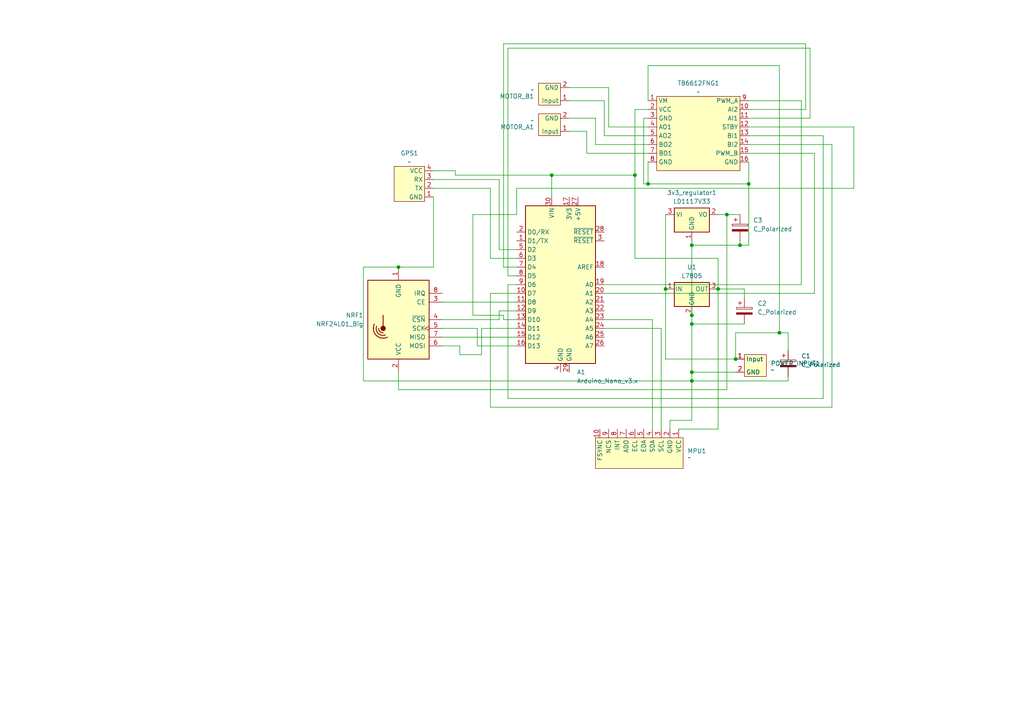
<source format=kicad_sch>
(kicad_sch (version 20231120) (generator "eeschema") (generator_version "8.0")
  (paper "A4")
  (lib_symbols
    (symbol "Device:C_Polarized" (pin_numbers hide) (pin_names (offset 0.254))
      (property "Reference" "C" (at 0.635 2.54 0))
      (property "Value" "C_Polarized" (at 0.635 -2.54 0))
      (symbol "C_Polarized_0_1"
        (rectangle (start -2.286 0.508) (end 2.286 1.016))
        (polyline (pts (xy -1.778 2.286) (xy -0.762 2.286)))
        (polyline (pts (xy -1.27 2.794) (xy -1.27 1.778)))
        (rectangle (start 2.286 -0.508) (end -2.286 -1.016) (fill (type outline)))
      )
      (symbol "C_Polarized_1_1"
        (pin passive line (at 0 3.81 270) (length 2.794) (name "~") (number "1"))
        (pin passive line (at 0 -3.81 90) (length 2.794) (name "~") (number "2"))
      )
    )
    (symbol "Symbols_cez:Arduino_Nano_v3.x"
      (property "Reference" "A" (at -10.16 23.495 0))
      (property "Value" "Arduino_Nano_v3.x" (at 5.08 -24.13 0))
      (symbol "Arduino_Nano_v3.x_0_1"
        (rectangle (start -10.16 22.86) (end 10.16 -22.86) (stroke (width 0.254)) (fill (type background)))
      )
      (symbol "Arduino_Nano_v3.x_1_1"
        (pin bidirectional line (at -12.7 12.7 0) (length 2.54) (name "D1/TX") (number "1"))
        (pin bidirectional line (at -12.7 -2.54 0) (length 2.54) (name "D7") (number "10"))
        (pin bidirectional line (at -12.7 -5.08 0) (length 2.54) (name "D8") (number "11"))
        (pin bidirectional line (at -12.7 -7.62 0) (length 2.54) (name "D9") (number "12"))
        (pin bidirectional line (at -12.7 -10.16 0) (length 2.54) (name "D10") (number "13"))
        (pin bidirectional line (at -12.7 -12.7 0) (length 2.54) (name "D11") (number "14"))
        (pin bidirectional line (at -12.7 -15.24 0) (length 2.54) (name "D12") (number "15"))
        (pin bidirectional line (at -12.7 -17.78 0) (length 2.54) (name "D13") (number "16"))
        (pin power_out line (at 2.54 25.4 270) (length 2.54) (name "3V3") (number "17"))
        (pin input line (at 12.7 5.08 180) (length 2.54) (name "AREF") (number "18"))
        (pin bidirectional line (at 12.7 0 180) (length 2.54) (name "A0") (number "19"))
        (pin bidirectional line (at -12.7 15.24 0) (length 2.54) (name "D0/RX") (number "2"))
        (pin bidirectional line (at 12.7 -2.54 180) (length 2.54) (name "A1") (number "20"))
        (pin bidirectional line (at 12.7 -5.08 180) (length 2.54) (name "A2") (number "21"))
        (pin bidirectional line (at 12.7 -7.62 180) (length 2.54) (name "A3") (number "22"))
        (pin bidirectional line (at 12.7 -10.16 180) (length 2.54) (name "A4") (number "23"))
        (pin bidirectional line (at 12.7 -12.7 180) (length 2.54) (name "A5") (number "24"))
        (pin bidirectional line (at 12.7 -15.24 180) (length 2.54) (name "A6") (number "25"))
        (pin bidirectional line (at 12.7 -17.78 180) (length 2.54) (name "A7") (number "26"))
        (pin power_out line (at 5.08 25.4 270) (length 2.54) (name "+5V") (number "27"))
        (pin input line (at 12.7 15.24 180) (length 2.54) (name "~{RESET}") (number "28"))
        (pin power_in line (at 2.54 -25.4 90) (length 2.54) (name "GND") (number "29"))
        (pin input line (at 12.7 12.7 180) (length 2.54) (name "~{RESET}") (number "3"))
        (pin power_in line (at -2.54 25.4 270) (length 2.54) (name "VIN") (number "30"))
        (pin power_in line (at 0 -25.4 90) (length 2.54) (name "GND") (number "4"))
        (pin bidirectional line (at -12.7 10.16 0) (length 2.54) (name "D2") (number "5"))
        (pin bidirectional line (at -12.7 7.62 0) (length 2.54) (name "D3") (number "6"))
        (pin bidirectional line (at -12.7 5.08 0) (length 2.54) (name "D4") (number "7"))
        (pin bidirectional line (at -12.7 2.54 0) (length 2.54) (name "D5") (number "8"))
        (pin bidirectional line (at -12.7 0 0) (length 2.54) (name "D6") (number "9"))
      )
    )
    (symbol "Symbols_cez:GY-NEO6MV2"
      (property "Reference" "GPS" (at 13.462 -4.318 0))
      (symbol "GY-NEO6MV2_0_1"
        (rectangle (start 2.54 5.08) (end 11.43 -5.08) (fill (type background)))
      )
      (symbol "GY-NEO6MV2_1_1"
        (pin passive line (at 0 3.81 0) (length 2.54) (name "GND") (number "1"))
        (pin passive line (at 0 1.27 0) (length 2.54) (name "TX") (number "2"))
        (pin passive line (at 0 -1.27 0) (length 2.54) (name "RX") (number "3"))
        (pin power_in line (at 0 -3.81 0) (length 2.54) (name "VCC") (number "4"))
      )
    )
    (symbol "Symbols_cez:L7805" (pin_names (offset 0.254))
      (property "Reference" "U" (at -3.81 3.175 0))
      (property "Value" "L7805" (at 0 3.175 0))
      (symbol "L7805_0_1"
        (rectangle (start -5.08 1.905) (end 5.08 -5.08) (stroke (width 0.254)) (fill (type background)))
      )
      (symbol "L7805_1_1"
        (pin power_in line (at -7.62 0 0) (length 2.54) (name "IN") (number "1"))
        (pin power_in line (at 0 -7.62 90) (length 2.54) (name "GND") (number "2"))
        (pin power_out line (at 7.62 0 180) (length 2.54) (name "OUT") (number "3"))
      )
    )
    (symbol "Symbols_cez:LD1117V33"
      (property "Reference" "3v3_regulator" (at 11.938 -4.318 0))
      (property "Value" "LD1117V33" (at -5.334 3.302 0))
      (symbol "LD1117V33_0_1"
        (rectangle (start -5.08 -5.08) (end 5.08 1.905) (stroke (width 0.254)) (fill (type background)))
      )
      (symbol "LD1117V33_1_1"
        (pin power_in line (at 0 -7.62 90) (length 2.54) (name "GND") (number "1"))
        (pin power_out line (at 7.62 0 180) (length 2.54) (name "VO") (number "2"))
        (pin power_in line (at -7.62 0 0) (length 2.54) (name "VI") (number "3"))
      )
    )
    (symbol "Symbols_cez:MPU6500"
      (property "Reference" "MPU6500" (at 8.89 -16.256 0))
      (symbol "MPU6500_0_1"
        (rectangle (start -5.08 6.35) (end 3.81 -19.05) (fill (type background)))
      )
      (symbol "MPU6500_1_1"
        (pin power_in line (at -7.62 5.08 0) (length 2.54) (name "VCC") (number "1"))
        (pin passive line (at -7.62 -17.78 0) (length 2.54) (name "FSYNC") (number "10"))
        (pin passive line (at -7.62 2.54 0) (length 2.54) (name "GND") (number "2"))
        (pin passive line (at -7.62 0 0) (length 2.54) (name "SCL") (number "3"))
        (pin passive line (at -7.62 -2.54 0) (length 2.54) (name "SDA") (number "4"))
        (pin passive line (at -7.62 -5.08 0) (length 2.54) (name "EDA") (number "5"))
        (pin passive line (at -7.62 -7.62 0) (length 2.54) (name "ECL") (number "6"))
        (pin passive line (at -7.62 -10.16 0) (length 2.54) (name "ADO") (number "7"))
        (pin passive line (at -7.62 -12.7 0) (length 2.54) (name "INT") (number "8"))
        (pin passive line (at -7.62 -15.24 0) (length 2.54) (name "NCS") (number "9"))
      )
    )
    (symbol "Symbols_cez:NRF24L01_Big" (pin_names (offset 1.016))
      (property "Reference" "NRF24" (at -8.89 12.7 0))
      (property "Value" "NRF24L01_Big" (at 3.81 12.7 0))
      (symbol "NRF24L01_Big_0_1"
        (rectangle (start -8.89 11.43) (end 8.89 -11.43) (stroke (width 0.254)) (fill (type background)))
        (polyline (pts (xy 4.445 1.905) (xy 4.445 -1.27)) (stroke (width 0.254)))
        (circle (center 4.445 2.54) (radius 0.635) (stroke (width 0.254)) (fill (type outline)))
        (arc (start 5.715 2.54) (mid 5.3521 3.4546) (end 4.445 3.81) (stroke (width 0.254)))
        (arc (start 6.35 1.905) (mid 5.8763 3.9854) (end 3.81 4.445) (stroke (width 0.254)))
        (arc (start 6.985 1.27) (mid 6.453 4.548) (end 3.175 5.08) (stroke (width 0.254)))
      )
      (symbol "NRF24L01_Big_1_1"
        (pin power_in line (at 0 -15.24 90) (length 3.81) (name "GND") (number "1"))
        (pin power_in line (at 0 15.24 270) (length 3.81) (name "VCC") (number "2"))
        (pin input line (at -12.7 -5.08 0) (length 3.81) (name "CE") (number "3"))
        (pin input line (at -12.7 0 0) (length 3.81) (name "~{CSN}") (number "4"))
        (pin input clock (at -12.7 2.54 0) (length 3.81) (name "SCK") (number "5"))
        (pin input line (at -12.7 7.62 0) (length 3.81) (name "MOSI") (number "6"))
        (pin output line (at -12.7 5.08 0) (length 3.81) (name "MISO") (number "7"))
        (pin output line (at -12.7 -7.62 0) (length 3.81) (name "IRQ") (number "8"))
      )
    )
    (symbol "Symbols_cez:TB6612FNG"
      (property "Reference" "TB6612FNG" (at 3.81 9.398 0))
      (symbol "TB6612FNG_0_1"
        (rectangle (start -7.62 7.62) (end 16.51 -13.97) (fill (type background)))
      )
      (symbol "TB6612FNG_1_1"
        (pin power_in line (at -10.16 6.35 0) (length 2.54) (name "VM") (number "1"))
        (pin passive line (at 19.05 3.81 180) (length 2.54) (name "AI2") (number "10"))
        (pin passive line (at 19.05 1.27 180) (length 2.54) (name "AI1") (number "11"))
        (pin passive line (at 19.05 -1.27 180) (length 2.54) (name "STBY") (number "12"))
        (pin passive line (at 19.05 -3.81 180) (length 2.54) (name "BI1") (number "13"))
        (pin passive line (at 19.05 -6.35 180) (length 2.54) (name "BI2") (number "14"))
        (pin passive line (at 19.05 -8.89 180) (length 2.54) (name "PWM_B") (number "15"))
        (pin passive line (at 19.05 -11.43 180) (length 2.54) (name "GND") (number "16"))
        (pin power_in line (at -10.16 3.81 0) (length 2.54) (name "VCC") (number "2"))
        (pin passive line (at -10.16 1.27 0) (length 2.54) (name "GND") (number "3"))
        (pin passive line (at -10.16 -1.27 0) (length 2.54) (name "AO1") (number "4"))
        (pin passive line (at -10.16 -3.81 0) (length 2.54) (name "AO2") (number "5"))
        (pin passive line (at -10.16 -6.35 0) (length 2.54) (name "BO2") (number "6"))
        (pin passive line (at -10.16 -8.89 0) (length 2.54) (name "BO1") (number "7"))
        (pin passive line (at -10.16 -11.43 0) (length 2.54) (name "GND") (number "8"))
        (pin passive line (at 19.05 6.35 180) (length 2.54) (name "PWM_A") (number "9"))
      )
    )
    (symbol "Symbols_cez:Terminal"
      (property "Reference" "Terminal" (at 4.318 -3.556 0))
      (symbol "Terminal_0_1"
        (rectangle (start 1.27 -5.08) (end 7.62 -11.43) (fill (type background)))
      )
      (symbol "Terminal_1_1"
        (pin power_in line (at -1.27 -6.35 0) (length 2.54) (name "Input") (number "1"))
        (pin passive line (at -1.27 -10.16 0) (length 2.54) (name "GND") (number "2"))
      )
    )
  )
  (junction (at 187.96 53.34))
  (junction (at 210.82 62.23))
  (junction (at 214.63 71.12))
  (junction (at 200.66 93.98))
  (junction (at 184.15 50.8))
  (junction (at 200.66 107.95))
  (junction (at 193.04 83.82))
  (junction (at 226.06 96.52))
  (junction (at 200.66 110.49))
  (junction (at 200.66 91.44))
  (junction (at 200.66 71.12))
  (junction (at 213.36 104.14))
  (junction (at 217.17 53.34))
  (junction (at 160.02 50.8))
  (junction (at 208.28 83.82))
  (junction (at 115.57 77.47))
  (wire (pts (xy 238.76 115.57) (xy 238.76 39.37)))
  (wire (pts (xy 200.66 71.12) (xy 200.66 91.44)))
  (wire (pts (xy 236.22 44.45) (xy 217.17 44.45)))
  (wire (pts (xy 175.26 29.21) (xy 175.26 39.37)))
  (wire (pts (xy 125.73 77.47) (xy 125.73 57.15)))
  (wire (pts (xy 105.41 110.49) (xy 105.41 77.47)))
  (wire (pts (xy 160.02 50.8) (xy 132.08 50.8)))
  (wire (pts (xy 146.05 12.7) (xy 233.68 12.7)))
  (wire (pts (xy 142.24 54.61) (xy 142.24 74.93)))
  (wire (pts (xy 128.27 87.63) (xy 149.86 87.63)))
  (wire (pts (xy 214.63 69.85) (xy 214.63 71.12)))
  (wire (pts (xy 200.66 121.92) (xy 194.31 121.92)))
  (wire (pts (xy 144.78 92.71) (xy 144.78 90.17)))
  (wire (pts (xy 200.66 110.49) (xy 228.6 110.49)))
  (wire (pts (xy 187.96 29.21) (xy 187.96 19.05)))
  (wire (pts (xy 186.69 34.29) (xy 186.69 53.34)))
  (wire (pts (xy 241.3 118.11) (xy 142.24 118.11)))
  (wire (pts (xy 241.3 41.91) (xy 241.3 118.11)))
  (wire (pts (xy 210.82 113.03) (xy 115.57 113.03)))
  (wire (pts (xy 142.24 85.09) (xy 149.86 85.09)))
  (wire (pts (xy 115.57 77.47) (xy 125.73 77.47)))
  (wire (pts (xy 217.17 41.91) (xy 241.3 41.91)))
  (wire (pts (xy 170.18 38.1) (xy 165.1 38.1)))
  (wire (pts (xy 200.66 107.95) (xy 200.66 93.98)))
  (wire (pts (xy 147.32 115.57) (xy 238.76 115.57)))
  (wire (pts (xy 128.27 100.33) (xy 133.35 100.33)))
  (wire (pts (xy 191.77 124.46) (xy 191.77 95.25)))
  (wire (pts (xy 191.77 95.25) (xy 175.26 95.25)))
  (wire (pts (xy 138.43 95.25) (xy 138.43 100.33)))
  (wire (pts (xy 137.16 62.23) (xy 137.16 91.44)))
  (wire (pts (xy 147.32 80.01) (xy 149.86 80.01)))
  (wire (pts (xy 165.1 29.21) (xy 175.26 29.21)))
  (wire (pts (xy 175.26 39.37) (xy 187.96 39.37)))
  (wire (pts (xy 146.05 77.47) (xy 149.86 77.47)))
  (wire (pts (xy 217.17 71.12) (xy 214.63 71.12)))
  (wire (pts (xy 138.43 100.33) (xy 149.86 100.33)))
  (wire (pts (xy 115.57 107.95) (xy 115.57 113.03)))
  (wire (pts (xy 144.78 52.07) (xy 144.78 72.39)))
  (wire (pts (xy 200.66 93.98) (xy 200.66 91.44)))
  (wire (pts (xy 142.24 118.11) (xy 142.24 85.09)))
  (wire (pts (xy 226.06 19.05) (xy 226.06 96.52)))
  (wire (pts (xy 144.78 90.17) (xy 149.86 90.17)))
  (wire (pts (xy 105.41 77.47) (xy 115.57 77.47)))
  (wire (pts (xy 144.78 72.39) (xy 149.86 72.39)))
  (wire (pts (xy 176.53 25.4) (xy 165.1 25.4)))
  (wire (pts (xy 147.32 13.97) (xy 147.32 80.01)))
  (wire (pts (xy 228.6 109.22) (xy 228.6 110.49)))
  (wire (pts (xy 215.9 83.82) (xy 215.9 86.36)))
  (wire (pts (xy 234.95 34.29) (xy 234.95 13.97)))
  (wire (pts (xy 217.17 34.29) (xy 234.95 34.29)))
  (wire (pts (xy 208.28 83.82) (xy 215.9 83.82)))
  (wire (pts (xy 125.73 54.61) (xy 142.24 54.61)))
  (wire (pts (xy 146.05 77.47) (xy 146.05 12.7)))
  (wire (pts (xy 146.05 91.44) (xy 146.05 92.71)))
  (wire (pts (xy 187.96 41.91) (xy 172.72 41.91)))
  (wire (pts (xy 193.04 104.14) (xy 193.04 83.82)))
  (wire (pts (xy 128.27 97.79) (xy 149.86 97.79)))
  (wire (pts (xy 149.86 62.23) (xy 137.16 62.23)))
  (wire (pts (xy 187.96 44.45) (xy 170.18 44.45)))
  (wire (pts (xy 184.15 74.93) (xy 184.15 50.8)))
  (wire (pts (xy 139.7 102.87) (xy 139.7 95.25)))
  (wire (pts (xy 187.96 36.83) (xy 176.53 36.83)))
  (wire (pts (xy 137.16 91.44) (xy 146.05 91.44)))
  (wire (pts (xy 226.06 96.52) (xy 213.36 96.52)))
  (wire (pts (xy 146.05 92.71) (xy 149.86 92.71)))
  (wire (pts (xy 132.08 49.53) (xy 125.73 49.53)))
  (wire (pts (xy 187.96 19.05) (xy 226.06 19.05)))
  (wire (pts (xy 217.17 53.34) (xy 217.17 71.12)))
  (wire (pts (xy 247.65 36.83) (xy 247.65 54.61)))
  (wire (pts (xy 200.66 107.95) (xy 200.66 110.49)))
  (wire (pts (xy 213.36 104.14) (xy 193.04 104.14)))
  (wire (pts (xy 214.63 71.12) (xy 200.66 71.12)))
  (wire (pts (xy 187.96 34.29) (xy 186.69 34.29)))
  (wire (pts (xy 147.32 82.55) (xy 147.32 115.57)))
  (wire (pts (xy 217.17 53.34) (xy 217.17 46.99)))
  (wire (pts (xy 184.15 31.75) (xy 187.96 31.75)))
  (wire (pts (xy 247.65 54.61) (xy 149.86 54.61)))
  (wire (pts (xy 187.96 46.99) (xy 187.96 53.34)))
  (wire (pts (xy 210.82 62.23) (xy 210.82 113.03)))
  (wire (pts (xy 186.69 53.34) (xy 187.96 53.34)))
  (wire (pts (xy 176.53 36.83) (xy 176.53 25.4)))
  (wire (pts (xy 175.26 82.55) (xy 232.41 82.55)))
  (wire (pts (xy 172.72 34.29) (xy 165.1 34.29)))
  (wire (pts (xy 228.6 96.52) (xy 228.6 101.6)))
  (wire (pts (xy 128.27 95.25) (xy 138.43 95.25)))
  (wire (pts (xy 142.24 74.93) (xy 149.86 74.93)))
  (wire (pts (xy 194.31 121.92) (xy 194.31 124.46)))
  (wire (pts (xy 193.04 62.23) (xy 193.04 83.82)))
  (wire (pts (xy 238.76 39.37) (xy 217.17 39.37)))
  (wire (pts (xy 226.06 96.52) (xy 228.6 96.52)))
  (wire (pts (xy 189.23 92.71) (xy 175.26 92.71)))
  (wire (pts (xy 208.28 83.82) (xy 208.28 124.46)))
  (wire (pts (xy 232.41 82.55) (xy 232.41 29.21)))
  (wire (pts (xy 217.17 36.83) (xy 247.65 36.83)))
  (wire (pts (xy 125.73 52.07) (xy 144.78 52.07)))
  (wire (pts (xy 200.66 110.49) (xy 200.66 121.92)))
  (wire (pts (xy 133.35 100.33) (xy 133.35 102.87)))
  (wire (pts (xy 200.66 69.85) (xy 200.66 71.12)))
  (wire (pts (xy 175.26 85.09) (xy 236.22 85.09)))
  (wire (pts (xy 128.27 92.71) (xy 144.78 92.71)))
  (wire (pts (xy 133.35 102.87) (xy 139.7 102.87)))
  (wire (pts (xy 200.66 110.49) (xy 105.41 110.49)))
  (wire (pts (xy 213.36 107.95) (xy 200.66 107.95)))
  (wire (pts (xy 184.15 50.8) (xy 160.02 50.8)))
  (wire (pts (xy 208.28 62.23) (xy 210.82 62.23)))
  (wire (pts (xy 210.82 62.23) (xy 214.63 62.23)))
  (wire (pts (xy 232.41 29.21) (xy 217.17 29.21)))
  (wire (pts (xy 233.68 31.75) (xy 217.17 31.75)))
  (wire (pts (xy 200.66 93.98) (xy 215.9 93.98)))
  (wire (pts (xy 208.28 124.46) (xy 196.85 124.46)))
  (wire (pts (xy 160.02 50.8) (xy 160.02 57.15)))
  (wire (pts (xy 184.15 50.8) (xy 184.15 31.75)))
  (wire (pts (xy 233.68 12.7) (xy 233.68 31.75)))
  (wire (pts (xy 149.86 82.55) (xy 147.32 82.55)))
  (wire (pts (xy 149.86 54.61) (xy 149.86 62.23)))
  (wire (pts (xy 208.28 74.93) (xy 184.15 74.93)))
  (wire (pts (xy 208.28 83.82) (xy 208.28 74.93)))
  (wire (pts (xy 132.08 50.8) (xy 132.08 49.53)))
  (wire (pts (xy 187.96 53.34) (xy 217.17 53.34)))
  (wire (pts (xy 139.7 95.25) (xy 149.86 95.25)))
  (wire (pts (xy 172.72 41.91) (xy 172.72 34.29)))
  (wire (pts (xy 236.22 85.09) (xy 236.22 44.45)))
  (wire (pts (xy 189.23 124.46) (xy 189.23 92.71)))
  (wire (pts (xy 234.95 13.97) (xy 147.32 13.97)))
  (wire (pts (xy 170.18 44.45) (xy 170.18 38.1)))
  (wire (pts (xy 213.36 96.52) (xy 213.36 104.14)))
  (symbol (lib_id "Device:C_Polarized") (at 214.63 66.04 0) (unit 1)
    (property "Reference" "C3" (at 218.44 63.8809 0) (effects (justify left)))
    (property "Value" "C_Polarized" (at 218.44 66.4209 0) (effects (justify left)))
    (property "Footprint" "Capacitor_THT:CP_Radial_D8.0mm_P3.80mm" (effects (hide yes)))
    (property "Description" "Polarized capacitor" (effects (hide yes)))
  )
  (symbol (lib_id "Symbols_cez:Arduino_Nano_v3.x") (at 162.56 82.55 0) (unit 1)
    (property "Reference" "A1" (at 167.2941 107.95 0) (effects (justify left)))
    (property "Value" "Arduino_Nano_v3.x" (at 167.2941 110.49 0) (effects (justify left)))
    (property "Footprint" "Footprints_cez:Arduino nano breakout" (effects (hide yes)))
    (property "Datasheet" "http://www.mouser.com/pdfdocs/Gravitech_Arduino_Nano3_0.pdf" (effects (hide yes)))
    (property "Description" "Arduino Nano v3.x" (effects (hide yes)))
  )
  (symbol (lib_id "Symbols_cez:Terminal") (at 214.63 97.79 0) (unit 1)
    (property "Reference" "POWER_INPUT1" (at 223.52 105.4099 0) (effects (justify left)))
    (property "Value" "~" (at 223.52 107.315 0) (effects (justify left)))
    (property "Footprint" "Footprints_cez:Terminal" (effects (hide yes)))
  )
  (symbol (lib_id "Device:C_Polarized") (at 215.9 90.17 0) (unit 1)
    (property "Reference" "C2" (at 219.71 88.0109 0) (effects (justify left)))
    (property "Value" "C_Polarized" (at 219.71 90.5509 0) (effects (justify left)))
    (property "Footprint" "Capacitor_THT:CP_Radial_D8.0mm_P3.80mm" (effects (hide yes)))
    (property "Description" "Polarized capacitor" (effects (hide yes)))
  )
  (symbol (lib_id "Device:C_Polarized") (at 228.6 105.41 0) (unit 1)
    (property "Reference" "C1" (at 232.41 103.2509 0) (effects (justify left)))
    (property "Value" "C_Polarized" (at 232.41 105.7909 0) (effects (justify left)))
    (property "Footprint" "Capacitor_THT:CP_Radial_D8.0mm_P3.80mm" (effects (hide yes)))
    (property "Description" "Polarized capacitor" (effects (hide yes)))
  )
  (symbol (lib_id "Symbols_cez:LD1117V33") (at 200.66 62.23 0) (unit 1)
    (property "Reference" "3v3_regulator1" (at 200.66 55.88 0))
    (property "Value" "LD1117V33" (at 200.66 58.42 0))
    (property "Footprint" "Package_TO_SOT_THT:TO-220-3_Horizontal_TabDown" (effects (hide yes)))
    (property "Description" "800mA 3.3V Regulator" (effects (hide yes)))
  )
  (symbol (lib_id "Symbols_cez:MPU6500") (at 191.77 132.08 270) (unit 1)
    (property "Reference" "MPU1" (at 199.39 130.8099 90) (effects (justify left)))
    (property "Value" "~" (at 199.39 132.715 90) (effects (justify left)))
    (property "Footprint" "Footprints_cez:MPU6500" (effects (hide yes)))
  )
  (symbol (lib_id "Symbols_cez:L7805") (at 200.66 83.82 0) (unit 1)
    (property "Reference" "U1" (at 200.66 77.47 0))
    (property "Value" "L7805" (at 200.66 80.01 0))
    (property "Footprint" "Package_TO_SOT_THT:TO-220-3_Horizontal_TabDown" (effects (hide yes)))
    (property "Datasheet" "http://www.st.com/content/ccc/resource/technical/document/datasheet/41/4f/b3/b0/12/d4/47/88/CD00000444.pdf/files/CD00000444.pdf/jcr:content/translations/en.CD00000444.pdf" (effects (hide yes)))
    (property "Description" "Positive 1.5A 35V Linear Regulator, Fixed Output 5V, TO-220/TO-263/TO-252" (effects (hide yes)))
  )
  (symbol (lib_id "Symbols_cez:GY-NEO6MV2") (at 125.73 53.34 180) (unit 1)
    (property "Reference" "GPS1" (at 118.745 44.45 0))
    (property "Value" "~" (at 118.745 46.99 0))
    (property "Footprint" "Footprints_cez:GY-NEO6MV2" (effects (hide yes)))
  )
  (symbol (lib_id "Symbols_cez:Terminal") (at 163.83 35.56 180) (unit 1)
    (property "Reference" "MOTOR_B1" (at 154.94 27.9401 0) (effects (justify left)))
    (property "Value" "~" (at 154.94 26.035 0) (effects (justify left)))
    (property "Footprint" "Footprints_cez:Terminal" (effects (hide yes)))
  )
  (symbol (lib_id "Symbols_cez:TB6612FNG") (at 198.12 35.56 0) (unit 1)
    (property "Reference" "TB6612FNG1" (at 202.565 24.13 0))
    (property "Value" "~" (at 202.565 26.67 0))
    (property "Footprint" "Footprints_cez:TB6612FNG" (effects (hide yes)))
  )
  (symbol (lib_id "Symbols_cez:NRF24L01_Big") (at 115.57 92.71 180) (unit 1)
    (property "Reference" "NRF1" (at 105.41 91.4399 0) (effects (justify left)))
    (property "Value" "NRF24L01_Big" (at 105.41 93.9799 0) (effects (justify left)))
    (property "Footprint" "Footprints_cez:nRF24L01_big" (effects (hide yes)))
  )
  (symbol (lib_id "Symbols_cez:Terminal") (at 163.83 44.45 180) (unit 1)
    (property "Reference" "MOTOR_A1" (at 154.94 36.8301 0) (effects (justify left)))
    (property "Value" "~" (at 154.94 34.925 0) (effects (justify left)))
    (property "Footprint" "Footprints_cez:Terminal" (effects (hide yes)))
  )
)
</source>
